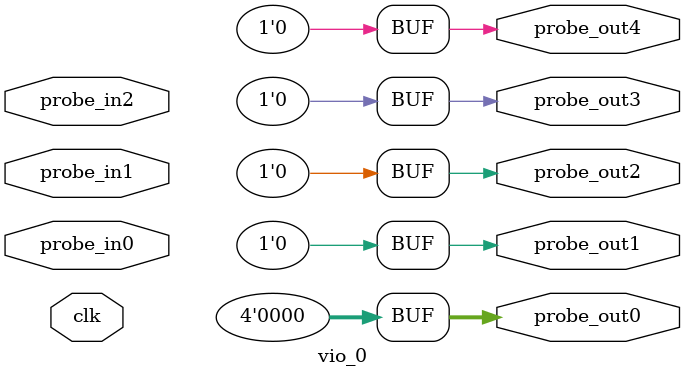
<source format=v>
`timescale 1ns / 1ps
module vio_0 (
clk,
probe_in0,probe_in1,probe_in2,
probe_out0,
probe_out1,
probe_out2,
probe_out3,
probe_out4
);

input clk;
input [0 : 0] probe_in0;
input [0 : 0] probe_in1;
input [0 : 0] probe_in2;

output reg [3 : 0] probe_out0 = 'h0 ;
output reg [0 : 0] probe_out1 = 'h0 ;
output reg [0 : 0] probe_out2 = 'h0 ;
output reg [0 : 0] probe_out3 = 'h0 ;
output reg [0 : 0] probe_out4 = 'h0 ;


endmodule

</source>
